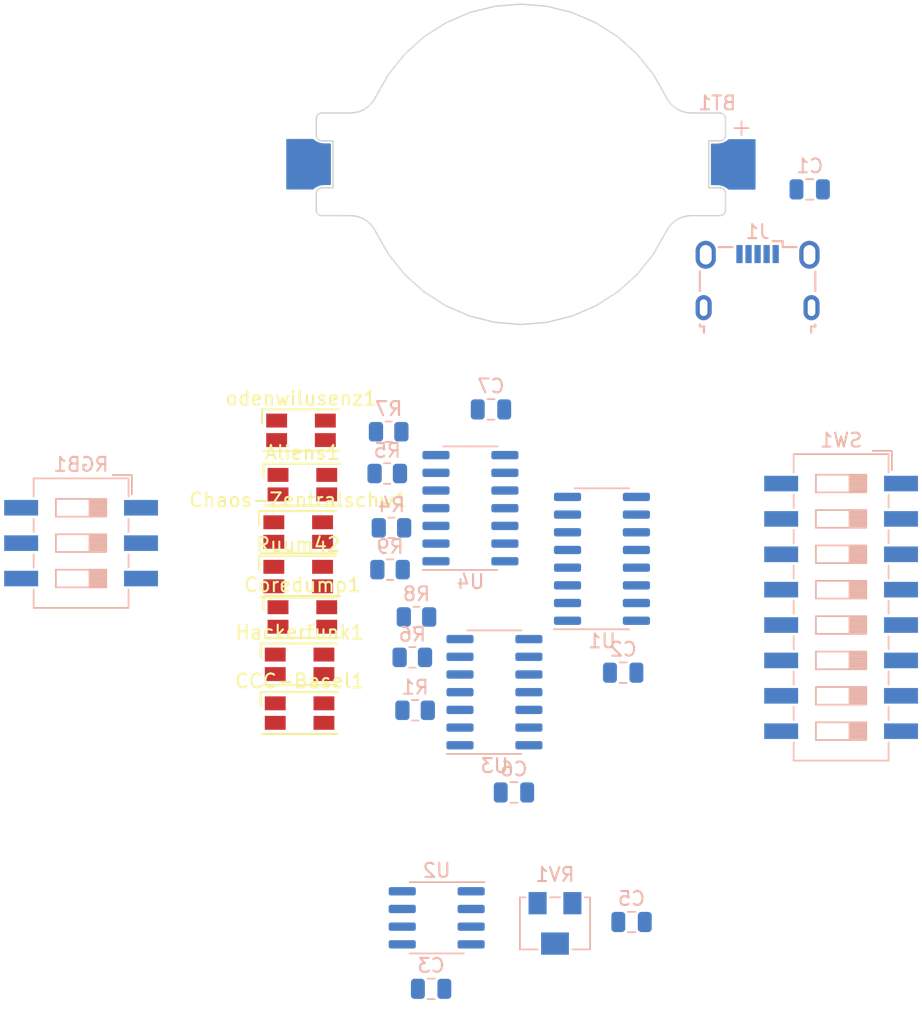
<source format=kicad_pcb>
(kicad_pcb (version 20221018) (generator pcbnew)

  (general
    (thickness 1.6)
  )

  (paper "A4")
  (layers
    (0 "F.Cu" signal)
    (31 "B.Cu" signal)
    (32 "B.Adhes" user "B.Adhesive")
    (33 "F.Adhes" user "F.Adhesive")
    (34 "B.Paste" user)
    (35 "F.Paste" user)
    (36 "B.SilkS" user "B.Silkscreen")
    (37 "F.SilkS" user "F.Silkscreen")
    (38 "B.Mask" user)
    (39 "F.Mask" user)
    (40 "Dwgs.User" user "User.Drawings")
    (41 "Cmts.User" user "User.Comments")
    (42 "Eco1.User" user "User.Eco1")
    (43 "Eco2.User" user "User.Eco2")
    (44 "Edge.Cuts" user)
    (45 "Margin" user)
    (46 "B.CrtYd" user "B.Courtyard")
    (47 "F.CrtYd" user "F.Courtyard")
    (48 "B.Fab" user)
    (49 "F.Fab" user)
    (50 "User.1" user)
    (51 "User.2" user)
    (52 "User.3" user)
    (53 "User.4" user)
    (54 "User.5" user)
    (55 "User.6" user)
    (56 "User.7" user)
    (57 "User.8" user)
    (58 "User.9" user)
  )

  (setup
    (pad_to_mask_clearance 0)
    (pcbplotparams
      (layerselection 0x00010fc_ffffffff)
      (plot_on_all_layers_selection 0x0000000_00000000)
      (disableapertmacros false)
      (usegerberextensions false)
      (usegerberattributes true)
      (usegerberadvancedattributes true)
      (creategerberjobfile true)
      (dashed_line_dash_ratio 12.000000)
      (dashed_line_gap_ratio 3.000000)
      (svgprecision 4)
      (plotframeref false)
      (viasonmask false)
      (mode 1)
      (useauxorigin false)
      (hpglpennumber 1)
      (hpglpenspeed 20)
      (hpglpendiameter 15.000000)
      (dxfpolygonmode true)
      (dxfimperialunits true)
      (dxfusepcbnewfont true)
      (psnegative false)
      (psa4output false)
      (plotreference true)
      (plotvalue true)
      (plotinvisibletext false)
      (sketchpadsonfab false)
      (subtractmaskfromsilk false)
      (outputformat 1)
      (mirror false)
      (drillshape 1)
      (scaleselection 1)
      (outputdirectory "")
    )
  )

  (net 0 "")
  (net 1 "Net-(Aliens1-RK)")
  (net 2 "Net-(Aliens1-GK)")
  (net 3 "Net-(Aliens1-BK)")
  (net 4 "Net-(Aliens1-A)")
  (net 5 "VCC")
  (net 6 "GND")
  (net 7 "VCCQ")
  (net 8 "Net-(U2-THR)")
  (net 9 "Net-(CCC-Basel1-A)")
  (net 10 "Net-(Chaos-Zentralschw1-A)")
  (net 11 "Net-(Coredump1-A)")
  (net 12 "Net-(Hackerfunk1-A)")
  (net 13 "unconnected-(J1-D--Pad2)")
  (net 14 "unconnected-(J1-D+-Pad3)")
  (net 15 "unconnected-(J1-ID-Pad4)")
  (net 16 "unconnected-(J1-Shield-Pad6)")
  (net 17 "Net-(odenwilusenz1-A)")
  (net 18 "Net-(R1-Pad2)")
  (net 19 "Net-(R4-Pad1)")
  (net 20 "Net-(R5-Pad1)")
  (net 21 "Net-(R6-Pad2)")
  (net 22 "Net-(R7-Pad1)")
  (net 23 "Net-(R8-Pad2)")
  (net 24 "Net-(R9-Pad1)")
  (net 25 "Net-(Ruum42-A)")
  (net 26 "Net-(U2-DIS)")
  (net 27 "Net-(SW1-Pad10)")
  (net 28 "Net-(SW1-Pad11)")
  (net 29 "Net-(SW1-Pad12)")
  (net 30 "Net-(SW1-Pad13)")
  (net 31 "Net-(SW1-Pad14)")
  (net 32 "Net-(SW1-Pad15)")
  (net 33 "Net-(SW1-Pad16)")
  (net 34 "Net-(U1-Q5)")
  (net 35 "Net-(U1-Q1)")
  (net 36 "Net-(U1-Q0)")
  (net 37 "Net-(U1-Q2)")
  (net 38 "Net-(U1-Q6)")
  (net 39 "Net-(U1-Q7)")
  (net 40 "Net-(U1-Q3)")
  (net 41 "unconnected-(U1-Q8-Pad9)")
  (net 42 "Net-(U1-Q4)")
  (net 43 "unconnected-(U1-Q9-Pad11)")
  (net 44 "unconnected-(U1-Cout-Pad12)")
  (net 45 "Net-(U1-CLK)")
  (net 46 "unconnected-(U2-CV-Pad5)")
  (net 47 "unconnected-(U3-Pad11)")

  (footprint "LED_SMD:LED_RGB_1210" (layer "F.Cu") (at 79.9 105.2))

  (footprint "LED_SMD:LED_RGB_1210" (layer "F.Cu") (at 79.6 111.8))

  (footprint "LED_SMD:LED_RGB_1210" (layer "F.Cu") (at 79.7 121.6))

  (footprint "LED_SMD:LED_RGB_1210" (layer "F.Cu") (at 79.9 114.7))

  (footprint "LED_SMD:LED_RGB_1210" (layer "F.Cu") (at 79.7 118.1))

  (footprint "LED_SMD:LED_RGB_1210" (layer "F.Cu") (at 79.6 108.6))

  (footprint "LED_SMD:LED_RGB_1210" (layer "F.Cu") (at 79.8 101.3))

  (footprint "Capacitor_SMD:C_0805_2012Metric" (layer "B.Cu") (at 89.15 141.4 180))

  (footprint "Resistor_SMD:R_0805_2012Metric" (layer "B.Cu") (at 88 121.4 180))

  (footprint "Resistor_SMD:R_0805_2012Metric" (layer "B.Cu") (at 87.8 117.6 180))

  (footprint "Button_Switch_SMD:SW_DIP_SPSTx03_Slide_6.7x9.18mm_W8.61mm_P2.54mm_LowProfile" (layer "B.Cu") (at 64 109.4 180))

  (footprint "Resistor_SMD:R_0805_2012Metric" (layer "B.Cu") (at 86.2 111.3 180))

  (footprint "Capacitor_SMD:C_0805_2012Metric" (layer "B.Cu") (at 93.45 99.8 180))

  (footprint "Battery:BatteryHolder_Keystone_1057_1x2032" (layer "B.Cu") (at 95.6 82.2 180))

  (footprint "Resistor_SMD:R_0805_2012Metric" (layer "B.Cu") (at 86.3 108.3 180))

  (footprint "Capacitor_SMD:C_0805_2012Metric" (layer "B.Cu") (at 103.55 136.6 180))

  (footprint "Package_SO:SOIC-14_3.9x8.7mm_P1.27mm" (layer "B.Cu") (at 91.975 106.89))

  (footprint "Potentiometer_SMD:Potentiometer_Bourns_3214W_Vertical" (layer "B.Cu") (at 98.05 136.7 180))

  (footprint "Capacitor_SMD:C_0805_2012Metric" (layer "B.Cu") (at 116.35 84 180))

  (footprint "Resistor_SMD:R_0805_2012Metric" (layer "B.Cu") (at 86.1 101.4 180))

  (footprint "Capacitor_SMD:C_0805_2012Metric" (layer "B.Cu") (at 102.95 118.7 180))

  (footprint "Package_SO:SOIC-16_3.9x9.9mm_P1.27mm" (layer "B.Cu") (at 101.425 110.525))

  (footprint "Resistor_SMD:R_0805_2012Metric" (layer "B.Cu") (at 86 104.4 180))

  (footprint "Capacitor_SMD:C_0805_2012Metric" (layer "B.Cu") (at 95.1 127.3 180))

  (footprint "Resistor_SMD:R_0805_2012Metric" (layer "B.Cu") (at 88.1 114.7 180))

  (footprint "Connector_USB:USB_Micro-B_Wuerth_629105150521" (layer "B.Cu") (at 112.605 90.545 180))

  (footprint "Package_SO:SOIC-14_3.9x8.7mm_P1.27mm" (layer "B.Cu") (at 93.7 120.1))

  (footprint "Package_SO:SOIC-8_3.9x4.9mm_P1.27mm" (layer "B.Cu") (at 89.55 136.3 180))

  (footprint "Button_Switch_SMD:SW_DIP_SPSTx08_Slide_6.7x21.88mm_W8.61mm_P2.54mm_LowProfile" (layer "B.Cu")
    (tstamp fe588c9a-21d8-4ffb-9f62-077237cbcdfe)
    (at 118.605 114.01 180)
    (descr "SMD 8x-dip-switch SPST , Slide, row spacing 8.61 mm (338 mils), body size 6.7x21.88mm (see e.g. https://www.ctscorp.com/wp-content/uploads/219.pdf), SMD, LowProfile")
    (tags "SMD DIP Switch SPST Slide 8.61mm 338mil SMD LowProfile")
    (property "Sheetfile" "badge.kicad_sch")
    (property "Sheetname" "")
    (property "ki_description" "8x DIP Switch, Single Pole Single Throw (SPST) switch, small symbol")
    (property "ki_keywords" "dip switch")
    (path "/04c71662-888e-46f7-a395-dc01bbfedc49")
    (attr smd)
    (fp_text reference "SW1" (at 0 12) (layer "B.SilkS")
        (effects (font (size 1 1) (thickness 0.15)) (justify mirror))
      (tstamp fd29087f-e40f-415b-a957-35921d171070)
    )
    (fp_text value "SW_DIP_x08" (at 0 -12) (layer "B.Fab")
        (effects (font (size 1 1) (thickness 0.15)) (justify mirror))
      (tstamp 2c437396-f679-4b25-ac71-51fe2dfcf751)
    )
    (fp_text user "on" (at 0.4275 10.2325) (layer "B.Fab")
        (effects (font (size 0.8 0.8) (thickness 0.12)) (justify mirror))
      (tstamp c3f02a4b-73d3-4225-b123-bc390be5ee16)
    )
    (fp_text user "${REFERENCE}" (at 2.58 0 90) (layer "B.Fab")
        (effects (font (size 0.8 0.8) (thickness 0.12)) (justify mirror))
      (tstamp e1e4a17b-c102-4e9e-8323-53e99f68814a)
    )
    (fp_line (start -3.65 11.24) (end -3.65 9.857)
      (stroke (width 0.12) (type solid)) (layer "B.SilkS") (tstamp 9c44886a-0811-4300-a12a-b3c5e86a3ec9))
    (fp_line (start -3.65 11.24) (end -2.267 11.24)
      (stroke (width 0.12) (type solid)) (layer "B.SilkS") (tstamp 3bbd57cf-638f-4807-8bcd-7ea3f719e21c))
    (fp_line (start -3.41 -11.001) (end 3.41 -11.001)
      (stroke (width 0.12) (type solid)) (layer "B.SilkS") (tstamp 28b7b197-78c0-46d9-9ec6-a36f3d13dad6))
    (fp_line (start -3.41 -9.69) (end -3.41 -11.001)
      (stroke (width 0.12) (type solid)) (layer "B.SilkS") (tstamp d578a522-5430-4525-9eaa-600696cee65e))
    (fp_line (start -3.41 -7.15) (end -3.41 -8.09)
      (stroke (width 0.12) (type solid)) (layer "B.SilkS") (tstamp e2b040af-58e8-4e0d-8dcb-68b8beb44cd1))
    (fp_line (start -3.41 -4.61) (end -3.41 -5.55)
      (stroke (width 0.12) (type solid)) (layer "B.SilkS") (tstamp 8a74ad89-b94b-483c-a70d-637607dce0f4))
    (fp_line (start -3.41 -2.07) (end -3.41 -3.01)
      (stroke (width 0.12) (type solid)) (layer "B.SilkS") (tstamp 1bb748aa-a335-49a9-b67f-b5dad03aadc6))
    (fp_line (start -3.41 0.47) (end -3.41 -0.47)
      (stroke (width 0.12) (type solid)) (layer "B.SilkS") (tstamp 6c23d6a9-3ec9-4274-9b48-f597dec001cc))
    (fp_line (start -3.41 3.01) (end -3.41 2.07)
      (stroke (width 0.12) (type solid)) (layer "B.SilkS") (tstamp a223ecc4-fb51-4b62-b0aa-4f6fde4175cf))
    (fp_line (start -3.41 5.55) (end -3.41 4.61)
      (stroke (width 0.12) (type solid)) (layer "B.SilkS") (tstamp 6984b08b-d08f-4794-b348-7111362f6f5a))
    (fp_line (start -3.41 8.09) (end -3.41 7.15)
      (stroke (width 0.12) (type solid)) (layer "B.SilkS") (tstamp f24733f3-f8b2-4477-8a90-26ec39156ec2))
    (fp_line (start -3.41 11) (end -3.41 9.69)
      (stroke (width 0.12) (type solid)) (layer "B.SilkS") (tstamp a1441c4d-33af-4911-b87a-2617fb12a1d9))
    (fp_line (start -3.41 11) (end 3.41 11)
      (stroke (width 0.12) (type solid)) (layer "B.SilkS") (tstamp 8d3e7547-8c5e-4921-8dee-fcd566fe0563))
    (fp_line (start -1.81 -9.525) (end 1.81 -9.525)
      (stroke (width 0.12) (type solid)) (layer "B.SilkS") (tstamp 135d72a7-9622-4270-a207-eded05d3b6e2))
    (fp_line (start -1.81 -9.455) (end -0.603333 -9.455)
      (stroke (width 0.12) (type solid)) (layer "B.SilkS") (tstamp 6718b967-ee80-497c-ace5-5988e66749c7))
    (fp_line (start -1.81 -9.335) (end -0.603333 -9.335)
      (stroke (width 0.12) (type solid)) (layer "B.SilkS") (tstamp 3476d8bc-228c-4bdf-917a-bcc54de331a5))
    (fp_line (start -1.81 -9.215) (end -0.603333 -9.215)
      (stroke (width 0.12) (type solid)) (layer "B.SilkS") (tstamp 56e7964b-1b4e-4c84-a557-2b33ad983865))
    (fp_line (start -1.81 -9.095) (end -0.603333 -9.095)
      (stroke (width 0.12) (type solid)) (layer "B.SilkS") (tstamp 52c61ea2-6349-4e2a-a19d-5260a392630b))
    (fp_line (start -1.81 -8.975) (end -0.603333 -8.975)
      (stroke (width 0.12) (type solid)) (layer "B.SilkS") (tstamp 59afbb31-31a0-425b-859f-1273fb9f653b))
    (fp_line (start -1.81 -8.855) (end -0.603333 -8.855)
      (stroke (width 0.12) (type solid)) (layer "B.SilkS") (tstamp dfb4b466-365d-41aa-a503-216fd1317ed9))
    (fp_line (start -1.81 -8.735) (end -0.603333 -8.735)
      (stroke (width 0.12) (type solid)) (layer "B.SilkS") (tstamp a8158c4f-8a0c-4472-bdd6-7d38ca0181f7))
    (fp_line (start -1.81 -8.615) (end -0.603333 -8.615)
      (stroke (width 0.12) (type solid)) (layer "B.SilkS") (tstamp eacd551c-b234-4e54-91b7-a6af2e5b28eb))
    (fp_line (start -1.81 -8.495) (end -0.603333 -8.495)
      (stroke (width 0.12) (type solid)) (layer "B.SilkS") (tstamp 650ab3aa-fe32-4eba-8996-0022910ccb16))
    (fp_line (start -1.81 -8.375) (end -0.603333 -8.375)
      (stroke (width 0.12) (type solid)) (layer "B.SilkS") (tstamp 3b2aba05-f058-4234-b787-423bd89d4b9b))
    (fp_line (start -1.81 -8.255) (end -1.81 -9.525)
      (stroke (width 0.12) (type solid)) (layer "B.SilkS") (tstamp 9e7d77e6-e219-4f53-a796-f25780c0749c))
    (fp_line (start -1.81 -6.985) (end 1.81 -6.985)
      (stroke (width 0.12) (type solid)) (layer "B.SilkS") (tstamp 95e1cdd7-0b33-4a32-98fb-1b25d42da8bf))
    (fp_line (start -1.81 -6.915) (end -0.603333 -6.915)
      (stroke (width 0.12) (type solid)) (layer "B.SilkS") (tstamp c02afb9f-86a0-4403-a143-c5f85c42b82d))
    (fp_line (start -1.81 -6.795) (end -0.603333 -6.795)
      (stroke (width 0.12) (type solid)) (layer "B.SilkS") (tstamp fed8cbb6-1fa4-4b9f-9bc0-3109efde97ab))
    (fp_line (start -1.81 -6.675) (end -0.603333 -6.675)
      (stroke (width 0.12) (type solid)) (layer "B.SilkS") (tstamp 18f3ae35-a2d7-455e-bc5a-b5950e2f99b6))
    (fp_line (start -1.81 -6.555) (end -0.603333 -6.555)
      (stroke (width 0.12) (type solid)) (layer "B.SilkS") (tstamp 25498620-d16e-4f2c-85ef-bc1afd0a485a))
    (fp_line (start -1.81 -6.435) (end -0.603333 -6.435)
      (stroke (width 0.12) (type solid)) (layer "B.SilkS") (tstamp ab73dfb7-5fd1-4a12-a40a-5a82134cca18))
    (fp_line (start -1.81 -6.315) (end -0.603333 -6.315)
      (stroke (width 0.12) (type solid)) (layer "B.SilkS") (tstamp 8f07fbbc-5b19-4fff-a899-5ad4a070d465))
    (fp_line (start -1.81 -6.195) (end -0.603333 -6.195)
      (stroke (width 0.12) (type solid)) (layer "B.SilkS") (tstamp f497b502-b148-4839-ae8b-ad5be8309e81))
    (fp_line (start -1.81 -6.075) (end -0.603333 -6.075)
      (stroke (width 0.12) (type solid)) (layer "B.SilkS") (tstamp 2995273a-71c2-4856-8fcb-f0d27a4068bb))
    (fp_line (start -1.81 -5.955) (end -0.603333 -5.955)
      (stroke (width 0.12) (type solid)) (layer "B.SilkS") (tstamp d66eab73-b405-42d2-b456-5de8bed1f6d8))
    (fp_line (start -1.81 -5.835) (end -0.603333 -5.835)
      (stroke (width 0.12) (type solid)) (layer "B.SilkS") (tstamp a3abd465-a7e2-4934-8193-d4e01e8d0971))
    (fp_line (start -1.81 -5.715) (end -1.81 -6.985)
      (stroke (width 0.12) (type solid)) (layer "B.SilkS") (tstamp 2924d3b3-df46-4bd0-b60a-0c18fa206586))
    (fp_line (start -1.81 -4.445) (end 1.81 -4.445)
      (stroke (width 0.12) (type solid)) (layer "B.SilkS") (tstamp 5a24494d-866a-48c5-a3bb-06371b53c3a4))
    (fp_line (start -1.81 -4.375) (end -0.603333 -4.375)
      (stroke (width 0.12) (type solid)) (layer "B.SilkS") (tstamp b6e5c618-8599-4c57-976f-a6665e8e96c9))
    (fp_line (start -1.81 -4.255) (end -0.603333 -4.255)
      (stroke (width 0.12) (type solid)) (layer "B.SilkS") (tstamp ccba0ec3-e05f-4307-ac4d-63c9a2a016b5))
    (fp_line (start -1.81 -4.135) (end -0.603333 -4.135)
      (stroke (width 0.12) (type solid)) (layer "B.SilkS") (tstamp e1bdaf50-a16f-4e79-8af0-02b8a6738ec7))
    (fp_line (start -1.81 -4.015) (end -0.603333 -4.015)
      (stroke (width 0.12) (type solid)) (layer "B.SilkS") (tstamp c242fc02-9e9a-4034-a5b7-d2002afcaf14))
    (fp_line (start -1.81 -3.895) (end -0.603333 -3.895)
      (stroke (width 0.12) (type solid)) (layer "B.SilkS") (tstamp dc20ce5a-4c32-4c6d-a811-555d95a864be))
    (fp_line (start -1.81 -3.775) (end -0.603333 -3.775)
      (stroke (width 0.12) (type solid)) (layer "B.SilkS") (tstamp 3e9b8b3a-80a8-4d69-b013-1da5ade4decc))
    (fp_line (start -1.81 -3.655) (end -0.603333 -3.655)
      (stroke (width 0.12) (type solid)) (layer "B.SilkS") (tstamp 899e27e5-4ba2-4a34-bc2a-cefa027cda6d))
    (fp_line (start -1.81 -3.535) (end -0.603333 -3.535)
      (stroke (width 0.12) (type solid)) (layer "B.SilkS") (tstamp 785a236f-3d46-48cb-862e-353776012b24))
    (fp_line (start -1.81 -3.415) (end -0.603333 -3.415)
      (stroke (width 0.12) (type solid)) (layer "B.SilkS") (tstamp 50065d96-8c41-49f7-8a31-2736c681b110))
    (fp_line (start -1.81 -3.295) (end -0.603333 -3.295)
      (stroke (width 0.12) (type solid)) (layer "B.SilkS") (tstamp 7261007b-1005-4161-96a5-a18d33879145))
    (fp_line (start -1.81 -3.175) (end -1.81 -4.445)
      (stroke (width 0.12) (type solid)) (layer "B.SilkS") (tstamp 9a5f1f5f-12c7-4123-adf7-4a315bd6d01a))
    (fp_line (start -1.81 -1.905) (end 1.81 -1.905)
      (stroke (width 0.12) (type solid)) (layer "B.SilkS") (tstamp 1eec3c9e-3510-42cc-9e9e-907f95875cd3))
    (fp_line (start -1.81 -1.835) (end -0.603333 -1.835)
      (stroke (width 0.12) (type solid)) (layer "B.SilkS") (tstamp ef9d7e3d-4fc7-4586-a44b-5bc4e0f798d3))
    (fp_line (start -1.81 -1.715) (end -0.603333 -1.715)
      (stroke (width 0.12) (type solid)) (layer "B.SilkS") (tstamp 9ae6ffba-b4e0-478f-9fcf-275f61962e47))
    (fp_line (start -1.81 -1.595) (end -0.603333 -1.595)
      (stroke (width 0.12) (type solid)) (layer "B.SilkS") (tstamp 5a94d078-5a4f-4482-af9a-92410870cb25))
    (fp_line (start -1.81 -1.475) (end -0.603333 -1.475)
      (stroke (width 0.12) (type solid)) (layer "B.SilkS") (tstamp 96f72283-4a36-4ca2-9e61-30c8332a4ba1))
    (fp_line (start -1.81 -1.355) (end -0.603333 -1.355)
      (stroke (width 0.12) (type solid)) (layer "B.SilkS") (tstamp 05314ea0-a082-408b-ac69-dc2a03134abd))
    (fp_line (start -1.81 -1.235) (end -0.603333 -1.235)
      (stroke (width 0.12) (type solid)) (layer "B.SilkS") (tstamp ceb7391e-8e5d-4d67-ab15-6e4f011ee259))
    (fp_line (start -1.81 -1.115) (end -0.603333 -1.115)
      (stroke (width 0.12) (type solid)) (layer "B.SilkS") (tstamp f503f027-4cba-4842-b614-0c75fe124559))
    (fp_line (start -1.81 -0.995) (end -0.603333 -0.995)
      (stroke (width 0.12) (type solid)) (layer "B.SilkS") (tstamp 29a73c47-d20d-4431-8b6d-711d151864b3))
    (fp_line (start -1.81 -0.875) (end -0.603333 -0.875)
      (stroke (width 0.12) (type solid)) (layer "B.SilkS") (tstamp bcfce114-79d6-495d-9f03-eccba37c1338))
    (fp_line (start -1.81 -0.755) (end -0.603333 -0.755)
      (stroke (width 0.12) (type solid)) (layer "B.SilkS") (tstamp 98b61c6e-391f-4883-9bb9-94c86b18e51f))
    (fp_line (start -1.81 -0.635) (end -1.81 -1.905)
      (stroke (width 0.12) (type solid)) (layer "B.SilkS") (tstamp 51709c62-44da-46ea-a711-71ff64f3164c))
    (fp_line (start -1.81 0.635) (end 1.81 0.635)
      (stroke (width 0.12) (type solid)) (layer "B.SilkS") (tstamp 4249dcc8-a014-4baf-a84e-bf450e045180))
    (fp_line (start -1.81 0.705) (end -0.603333 0.705)
      (stroke (width 0.12) (type solid)) (layer "B.SilkS") (tstamp d6133915-eebb-4ffe-9512-75ae15c2afa2))
    (fp_line (start -1.81 0.825) (end -0.603333 0.825)
      (stroke (width 0.12) (type solid)) (layer "B.SilkS") (tstamp 9cbb4fb8-bffc-45a3-9182-ffc12d1385b3))
    (fp_line (start -1.81 0.945) (end -0.603333 0.945)
      (stroke (width 0.12) (type solid)) (layer "B.SilkS") (tstamp 608aef96-ae27-4bb4-90af-a5026b372b97))
    (fp_line (start -1.81 1.065) (end -0.603333 1.065)
      (stroke (width 0.12) (type solid)) (layer "B.SilkS") (tstamp 1dfa8442-79af-48e8-8a4b-591a32abd8ca))
    (fp_line (start -1.81 1.185) (end -0.603333 1.185)
      (stroke (width 0.12) (type solid)) (layer "B.SilkS") (tstamp f58ceb15-cf40-4af8-982b-5d89e2c53345))
    (fp_line (start -1.81 1.305) (end -0.603333 1.305)
      (stroke (width 0.12) (type solid)) (layer "B.SilkS") (tstamp ac692488-f49f-47df-8311-0540be86a82c))
    (fp_line (start -1.81 1.425) (end -0.603333 1.425)
      (stroke (width 0.12) (type solid)) (layer "B.SilkS") (tstamp 4f3b4424-aba3-4ec4-a3f0-9f8ac12fd9be))
    (fp_line (start -1.81 1.545) (end -0.603333 1.545)
      (stroke (width 0.12) (type solid)) (layer "B.SilkS") (tstamp 213c9f07-1204-469b-bb73-81c0e7933686))
    (fp_line (start -1.81 1.665) (end -0.603333 1.665)
      (stroke (width 0.12) (type solid)) (layer "B.SilkS") (tstamp 57a9be15-53cb-4122-9fec-0b3e87164c33))
    (fp_line (start -1.81 1.785) (end -0.603333 1.785)
      (stroke (width 0.12) (type solid)) (layer "B.SilkS") (tstamp 1c79cc3f-48f9-4228-b669-98c2fafd2335))
    (fp_line (start -1.81 1.905) (end -1.81 0.635)
      (stroke (width 0.12) (type solid)) (layer "B.SilkS") (tstamp f9cf4773-9f5e-4cc4-bcc5-85ceaab09536))
    (fp_line (start -1.81 3.175) (end 1.81 3.175)
      (stroke (width 0.12) (type solid)) (layer "B.SilkS") (tstamp d9ff0b68-2a64-47a1-8765-cad6124fa2f2))
    (fp_line (start -1.81 3.245) (end -0.603333 3.245)
      (stroke (width 0.12) (type solid)) (layer "B.SilkS") (tstamp b84c6144-b202-4578-922d-36603be3cc42))
    (fp_line (start -1.81 3.365) (end -0.603333 3.365)
      (stroke (width 0.12) (type solid)) (layer "B.SilkS") (tstamp 3504cece-f337-44d6-82f1-ee95c3a0b21d))
    (fp_line (start -1.81 3.485) (end -0.603333 3.485)
      (stroke (width 0.12) (type solid)) (layer "B.SilkS") (tstamp 94b77de7-77e0-4547-a806-885333c4bf1f))
    (fp_line (start -1.81 3.605) (end -0.603333 3.605)
      (stroke (width 0.12) (type solid)) (layer "B.SilkS") (tstamp ebccdbd6-bdd3-436a-a200-4c996106fc6c))
    (fp_line (start -1.81 3.725) (end -0.603333 3.725)
      (stroke (width 0.12) (type solid)) (layer "B.SilkS") (tstamp 4f275798-ee40-4077-9065-06b9274a2128))
    (fp_line (start -1.81 3.845) (end -0.603333 3.845)
      (stroke (width 0.12) (type solid)) (layer "B.SilkS") (tstamp d4e390ac-70ad-4974-9cba-fd17ba49fa0d))
    (fp_line (start -1.81 3.965) (end -0.603333 3.965)
      (stroke (width 0.12) (type solid)) (layer "B.SilkS") (tstamp 136d851e-a787-45a0-9a1f-a4de4512aff8))
    (fp_line (start -1.81 4.085) (end -0.603333 4.085)
      (stroke (width 0.12) (type solid)) (layer "B.SilkS") (tstamp 7c2d4e02-20e9-46da-aae9-ef0f482d886e))
    (fp_line (start -1.81 4.205) (end -0.603333 4.205)
      (stroke (width 0.12) (type solid)) (layer "B.SilkS") (tstamp 2231aac8-cb0c-41b4-bd9f-64dbc9ffee42))
    (fp_line (start -1.81 4.325) (end -0.603333 4.325)
      (stroke (width 0.12) (type solid)) (layer "B.SilkS") (tstamp c9342bae-f743-4ed2-883d-cd6ddc83a534))
    (fp_line (start -1.81 4.445) (end -1.81 3.175)
      (stroke (width 0.12) (type solid)) (layer "B.SilkS") (tstamp 333c4873-fa9c-4e67-a99d-ae87624974a3))
    (fp_line (start -1.81 5.715) (end 1.81 5.715)
      (stroke (width 0.12) (type solid)) (layer "B.SilkS") (tstamp a3a10e67-7210-41d6-a150-c19ed9802260))
    (fp_line (start -1.81 5.785) (end -0.603333 5.785)
      (stroke (width 0.12) (type solid)) (layer "B.SilkS") (tstamp 2032a6b1-9afa-4f1d-bd24-da9540f540e8))
    (fp_line (start -1.81 5.905) (end -0.603333 5.905)
      (stroke (width 0.12) (type solid)) (layer "B.SilkS") (tstamp 434cc27d-6d5d-43ec-a366-271264ae79e1))
    (fp_line (start -1.81 6.025) (end -0.603333 6.025)
      (stroke (width 0.12) (type solid)) (layer "B.SilkS") (tstamp c84b2ed5-f805-4e4d-a377-cf26f5b1d94a))
    (fp_line (start -1.81 6.145) (end -0.603333 6.145)
      (stroke (width 0.12) (type solid)) (layer "B.SilkS") (tstamp 05cea5ef-3cf3-4adc-b933-bd5da3212a0a))
    (fp_line (start -1.81 6.265) (end -0.603333 6.265)
      (stroke (width 0.12) (type solid)) (layer "B.SilkS") (tstamp db43526a-dd9e-4f2d-9b88-7c275825622b))
    (fp_line (start -1.81 6.385) (end -0.603333 6.385)
      (stroke (width 0.12) (type solid)) (layer "B.SilkS") (tstamp 215981f6-265f-4947-b209-b8ab0c3eece1))
    (fp_line (start -1.81 6.505) (end -0.603333 6.505)
      (stroke (width 0.12) (type solid)) (layer "B.SilkS") (tstamp 9b139457-c00d-4841-ae63-a1c47acb7609))
    (fp_line (start -1.81 6.625) (end -0.603333 6.625)
      (stroke (width 0.12) (type solid)) (layer "B.SilkS") (tstamp 0c5bcae8-e306-43fa-a63e-926614dc88bb))
    (fp_line (start -1.81 6.745) (end -0.603333 6.745)
      (stroke (width 0.12) (type solid)) (layer "B.SilkS") (tstamp 388203bc-5ad9-4d12-880a-7a4c5d32fa43))
    (fp_line (start -1.81 6.865) (end -0.603333 6.865)
      (stroke (width 0.12) (type solid)) (layer "B.SilkS") (tstamp 9757d883-73cf-42a3-98aa-d473c3255c04))
    (fp_line (start -1.81 6.985) (end -1.81 5.715)
      (stroke (width 0.12) (type solid)) (layer "B.SilkS") (tstamp 9f359fc4-96d6-4916-9965-5733eed8f5b4))
    (fp_line (start -1.81 8.255) (end 1.81 8.255)
      (stroke (width 0.12) (type solid)) (layer "B.SilkS") (tstamp 2181ce51-4cae-4b1d-92e6-f08102836736))
    (fp_line (start -1.81 8.325) (end -0.603333 8.325)
      (stroke (width 0.12) (type solid)) (layer "B.SilkS") (tstamp 4f652433-cfa7-4122-b752-c34494f7a5da))
    (fp_line (start -1.81 8.445) (end -0.603333 8.445)
      (stroke (width 0.12) (type solid)) (layer "B.SilkS") (tstamp 17c5fb4a-6bf0-4d44-bc51-2cd305751a18))
    (fp_line (start -1.81 8.565) (end -0.603333 8.565)
      (stroke (width 0.12) (type solid)) (layer "B.SilkS") (tstamp ffc77609-30d0-4e79-8755-c102f8c925fa))
    (fp_line (start -1.81 8.685) (end -0.603333 8.685)
      (stroke (width 0.12) (type solid)) (layer "B.SilkS") (tstamp c38b7a6c-5729-4980-b7d6-e6df3e5f81ab))
    (fp_line (start -1.81 8.805) (end -0.603333 8.805)
      (stroke (width 0.12) (type solid)) (layer "B.SilkS") (tstamp 101d0d12-ae82-4704-b13b-8210b75683c7))
    (fp_line (start -1.81 8.925) (end -0.603333 8.925)
      (stroke (width 0.12) (type solid)) (layer "B.SilkS") (tstamp cc9ce7c2-b496-4219-80a6-3887555b9fd3))
    (fp_line (start -1.81 9.045) (end -0.603333 9.045)
      (stroke (width 0.12) (type solid)) (layer "B.SilkS") (tstamp a3318187-6b8c-44fe-975d-418c65fb4270))
    (fp_line (start -1.81 9.165) (end -0.603333 9.165)
      (stroke (width 0.12) (type solid)) (layer "B.SilkS") (tstamp 0849364f-b45b-4cab-a7df-14801972f312))
    (fp_line (start -1.81 9.285) (end -0.603333 9.285)
      (stroke (width 0.12) (type solid)) (layer "B.SilkS") (tstamp af42acc4-2777-4faf-9e3f-691a74291a56))
    (fp_line (start -1.81 9.405) (end -0.603333 9.405)
      (stroke (width 0.12) (type solid)) (layer "B.SilkS") (tstamp 6e389d77-fafc-460f-9c80-baabf6d99eb5))
    (fp_line (start -1.81 9.525) (end -1.81 8.255)
      (stroke (width 0.12) (type solid)) (layer "B.SilkS") (tstamp d9758cce-777f-4893-ae1b-a947883544e8))
    (fp_line (start -0.603333 -8.255) (end -0.603333 -9.525)
      (stroke (width 0.12) (type solid)) (layer "B.SilkS") (tstamp 8612483b-0aa3-441c-80ea-79bfa1991e32))
    (fp_line (start -0.603333 -5.715) (end -0.603333 -6.985)
      (stroke (width 0.12) (type solid)) (layer "B.SilkS") (tstamp d8c5c5f6-74b2-4ea4-b0b8-461d42554989))
    (fp_line (start -0.603333 -3.175) (end -0.603333 -4.445)
      (stroke (width 0.12) (type solid)) (layer "B.SilkS") (tstamp 6383cf98-7198-45c3-b058-201d14eead47))
    (fp_line (start -0.603333 -0.635) (end -0.603333 -1.905)
      (stroke (width 0.12) (type solid)) (layer "B.SilkS") (tstamp 27a15e74-120c-4b51-85d6-e055592b9c50))
    (fp_line (start -0.603333 1.905) (end -0.603333 0.635)
      (stroke (width 0.12) (type solid)) (layer "B.SilkS") (tstamp 976bb028-62f5-47e9-8b45-2263130df3e7))
    (fp_line (start -0.603333 4.445) (end -0.603333 3.175)
      (stroke (width 0.12) (type solid)) (layer "B.SilkS") (tstamp 1e62197c-b9e5-4daa-8392-05ec655de6a5))
    (fp_line (start -0.603333 6.985) (end -0.603333 5.715)
      (stroke (width 0.12) (type solid)) (layer "B.SilkS") (tstamp fff89668-a09b-4b7c-82e3-8d69ceb91022))
    (fp_line (start -0.603333 9.525) (end -0.603333 8.255)
      (stroke (width 0.12) (type solid)) (layer "B.SilkS") (tstamp 5eec011a-9ba2-40f1-ba8d-a28cce478af5))
    (fp_line (start 1.81 -9.525) (end 1.81 -8.255)
      (stroke (width 0.12) (type solid)) (layer "B.SilkS") (tstamp 7f180218-423a-4191-86c7-09ea982ceede))
    (fp_line (start 1.81 -8.255) (end -1.81 -8.255)
      (stroke (width 0.12) (type solid)) (layer "B.SilkS") (tstamp 9805c770-bf92-41e7-94df-0b652feb8ad1))
    (fp_line (start 1.81 -6.985) (end 1.81 -5.715)
      (stroke (width 0.12) (type solid)) (layer "B.SilkS") (tstamp 6d2ecd5c-76c5-4241-b0f3-17ef5b919f60))
    (fp_line (start 1.81 -5.715) (end -1.81 -5.715)
      (stroke (width 0.12) (type solid)) (layer "B.SilkS") (tstamp ef5efaf0-4299-4647-a5cb-6f555c51f6ff))
    (fp_line (start 1.81 -4.445) (end 1.81 -3.175)
      (stroke (width 0.12) (type solid)) (layer "B.SilkS") (tstamp accf1f0b-ddec-434b-bf29-de770272f803))
    (fp_line (start 1.81 -3.175) (end -1.81 -3.175)
      (stroke (width 0.12) (type solid)) (layer "B.SilkS") (tstamp 459833bc-0f88-41cd-8e3b-6d1e19dd5ce6))
    (fp_line (start 1.81 -1.905) (end 1.81 -0.635)
      (stroke (width 0.12) (type solid)) (layer "B.SilkS") (tstamp 298539ed-98f5-4cb5-a2ea-01af226c079c))
    (fp_line (start 1.81 -0.635) (end -1.81 -0.635)
      (stroke (width 0.12) (type solid)) (layer "B.SilkS") (tstamp bd8faa5c-0297-4c4a-91e1-1fe760c3385d))
    (fp_line (start 1.81 0.635) (end 1.81 1.905)
      (stroke (width 0.12) (type solid)) (layer "B.SilkS") (tstamp f6edbc00-b423-4f22-b3e9-b5e26968fc54))
    (fp_line (start 1.81 1.905) (end -1.81 1.905)
      (stroke (width 0.12) (type solid)) (layer "B.SilkS") (tstamp 84a8d90d-20a1-425b-9957-81f60ea5d0ac))
    (fp_line (start 1.81 3.175) (end 1.81 4.445)
      (stroke (width 0.12) (type solid)) (layer "B.SilkS") (tstamp d8bde2f8-f7ea-43f2-bc8e-74570271bb84))
    (fp_line (start 1.81 4.445) (end -1.81 4.445)
      (stroke (width 0.12) (type solid)) (layer "B.SilkS") (tstamp 68679725-c293-445e-9ded-dc35a836d598))
    (fp_line (start 1.81 5.715) (end 1.81 6.985)
      (stroke (width 0.12) (type solid)) (layer "B.SilkS") (tstamp 982ec6f8-e23c-40e8-b3fe-744e096e5f86))
    (fp_line (start 1.81 6.985) (end -1.81 6.985)
      (stroke (width 0.12) (type solid)) (layer "B.SilkS") (tstamp 6c5dbac8-0540-4bb6-84f5-0eb27224e598))
    (fp_line (start 1.81 8.255) (end 1.81 9.525)
      (stroke (width 0.12) (type solid)) (layer "B.SilkS") (tstamp c0629722-cb50-433c-8a31-31e94b5d65c7))
    (fp_line (start 1.81 9.525) (end -1.81 9.525)
      (stroke (width 0.12) (type solid)) (layer "B.SilkS") (tstamp ef15fbce-0345-4058-854e-5da6f90460ac))
    (fp_line (start 3.41 -9.69) (end 3.41 -11.001)
      (stroke (width 0.12) (type solid)) (layer "B.SilkS") (tstamp c2cfb09a-3299-419b-a588-c8df44082425))
    (fp_line (start 3.41 -7.151) (end 3.41 -8.09)
      (stroke (width 0.12) (type solid)) (layer "B.SilkS") (tstamp d158c14b-f91d-4c32-ab10-692f373cff17))
    (fp_line (start 3.41 -4.611) (end 3.41 -5.551)
      (stroke (width 0.12) (type solid)) (layer "B.SilkS") (tstamp 646aa5a9-125c-4319-8ee3-336e0f6c0369))
    (fp_line (start 3.41 -2.071) (end 3.41 -3.011)
      (stroke (width 0.12) (type solid)) (layer "B.SilkS") (tstamp 58518c24-812f-4639-a909-316a2ffaf02f))
    (fp_line (start 3.41 0.469) (end 3.41 -0.471)
      (stroke (width 0.12) (type solid)) (layer "B.SilkS") (tstamp e2999e51-970c-4fa7-8b44-ffd580761449))
    (fp_line (start 3.41 3.009) (end 3.41 2.069)
      (stroke (width 0.12) (type solid)) (layer "B.SilkS") (tstamp 96c2f20d-72bd-4181-a3d5-ab204810c583))
    (fp_line (start 3.41 5.549) (end 3.41 4.609)
      (stroke (width 0.12) (type solid)) (layer "B.SilkS") (tstamp 950b1ed6-9229-44d3-a73e-ed9abe9d7a48))
    (fp_line (start 3.41 8.089) (end 3.41 7.149)
      (stroke (width 0.12) (type solid)) (layer "B.SilkS") (tstamp 0fcb9d9e-81b7-40c4-b010-6d8286d277b2))
    (fp_line (start 3.41 11) (end 3.41 9.69)
      (stroke (width 0.12) (type solid)) (layer "B.SilkS") (tstamp f5a037f4-5e44-4301-8989-cfda87e3030c))
    (fp_line (start -5.8 -11.3) (end 5.8 -11.3)
      (stroke (width 0.05) (type solid)) (layer "B.CrtYd") (tstamp 2f7ba0e6-0ed7-41d6-bb07-2eb6eae9c787))
    (fp_line (start -5.8 11.3) (end -5.8 -11.3)
      (stroke (width 0.05) (type solid)) (layer "B.CrtYd") (tstamp 2e87277d-f6f9-4ca2-bf62-821e6e51502a))
    (fp_line (start 5.8 -11.3) (end 5.8 11.3)
      (stroke (width 0.05) (type solid)) (layer "B.CrtYd") (tstamp 380efb3f-c4c1-4d20-9eaf-d1779c42de4d))
    (fp_line (start 5.8 11.3) (end -5.8 11.3)
      (stroke (width 0.05) (type solid)) (layer "B.CrtYd") (tstamp 095e4b99-e35b-4c6b-baaf-e133f4f7ad8a))
    (fp_line (start -3.35 -10.94) (end -3.35 9.94)
      (stroke (width 0.1) (type solid)) (layer "B.Fab") (tstamp b10fd3ac-798f-4d67-a870-0d75c0953579))
    (fp_line (start -3.35 9.94) (end -2.35 10.94)
      (stroke (width 0.1) (type solid)) (layer "B.Fab") (tstamp bf143b95-d6ca-44ba-9139-8c6ee410a344))
    (fp_line (start -2.35 10.94) (end 3.35 10.94)
      (stroke (width 0.1) (type solid)) (layer "B.Fab") (tstamp 7c8164bf-4e75-4e81-9086-d3913219b40c))
    (fp_line (start -1.81 -9.525) (end 1.81 -9.525)
      (stroke (width 0.1) (type solid)) (layer "B.Fab") (tstamp becfe189-c6e9-44e6-a436-b48af886c113))
    (fp_line (start -1.81 -9.455) (end -0.603333 -9.455)
      (stroke (width 0.1) (type solid)) (layer "B.Fab") (tstamp 53e52c80-9907-48af-933d-f42522998f13))
    (fp_line (start -1.81 -9.355) (end -0.603333 -9.355)
      (stroke (width 0.1) (type solid)) (layer "B.Fab") (tstamp b006e425-bd76-4534-9cf3-8063313e059f))
    (fp_line (start -1.81 -9.255) (end -0.603333 -9.255)
      (stroke (width 0.1) (type solid)) (layer "B.Fab") (tstamp 4f6aef49-15c4-47ee-b3e4-944d7e359026))
    (fp_line (start -1.81 -9.155) (end -0.603333 -9.155)
      (stroke (width 0.1) (type solid)) (layer "B.Fab") (tstamp 6bbb651d-80bb-439b-86bc-a1097c7b396e))
    (fp_line (start -1.81 -9.055) (end -0.603333 -9.055)
      (stroke (width 0.1) (type solid)) (layer "B.Fab") (tstamp acf4e52a-13db-435e-b0e1-fe50beacf0e8))
    (fp_line (start -1.81 -8.955) (end -0.603333 -8.955)
      (stroke (width 0.1) (type solid)) (layer "B.Fab") (tstamp 7a368fbf-d606-4fca-a887-480a49c3dff9))
    (fp_line (start -1.81 -8.855) (end -0.603333 -8.855)
      (stroke (width 0.1) (type solid)) (layer "B.Fab") (tstamp 9598de59-f780-4b66-912d-4f3eadbcd0ad))
    (fp_line (start -1.81 -8.755) (end -0.603333 -8.755)
      (stroke (width 0.1) (type solid)) (layer "B.Fab") (tstamp d8b12bcd-5ce0-4c3f-b3e8-a035e0248ce0))
    (fp_line (start -1.81 -8.655) (end -0.603333 -8.655)
      (stroke (width 0.1) (type solid)) (layer "B.Fab") (tstamp dde80c2e-fbe5-4e17-872c-0237bc023920))
    (fp_line (start -1.81 -8.555) (end -0.603333 -8.555)
      (stroke (width 0.1) (type solid)) (layer "B.Fab") (tstamp b4798179-9571-4590-b005-f77178cfdf69))
    (fp_line (start -1.81 -8.455) (end -0.603333 -8.455)
      (stroke (width 0.1) (type solid)) (layer "B.Fab") (tstamp e6ee5fc1-77d1-42cb-804e-312039d7138b))
    (fp_line (start -1.81 -8.355) (end -0.603333 -8.355)
      (stroke (width 0.1) (type solid)) (layer "B.Fab") (tstamp 735011cc-8456-4288-b351-bad69172c733))
    (fp_line (start -1.81 -8.255) (end -1.81 -9.525)
      (stroke (width 0.1) (type solid)) (layer "B.Fab") (tstamp b8ed2829-6b78-4ccb-97d8-8c3ac36e546e))
    (fp_line (start -1.81 -6.985) (end 1.81 -6.985)
      (stroke (width 0.1) (type solid)) (layer "B.Fab") (tstamp 007a6351-655e-4ffa-a186-ba1cf894fd92))
    (fp_line (start -1.81 -6.915) (end -0.603333 -6.915)
      (stroke (width 0.1) (type solid)) (layer "B.Fab") (tstamp e729ab53-9993-4572-93c2-0c9db4a3482a))
    (fp_line (start -1.81 -6.815) (end -0.603333 -6.815)
      (stroke (width 0.1) (type solid)) (layer "B.Fab") (tstamp db63707a-02e2-48a7-9538-82dd9b21da60))
    (fp_line (start -1.81 -6.715) (end -0.603333 -6.715)
      (stroke (width 0.1) (type solid)) (layer "B.Fab") (tstamp c9b8903d-96b6-47a2-af47-cda9bbd86e3c))
    (fp_line (start -1.81 -6.615) (end -0.603333 -6.615)
      (stroke (width 0.1) (type solid)) (layer "B.Fab") (tstamp 013662dd-f7ba-4d59-8fe4-4d3b6089cb3b))
    (fp_line (start -1.81 -6.515) (end -0.603333 -6.515)
      (stroke (width 0.1) (type solid)) (layer "B.Fab") (tstamp 2d282e7f-0fba-4df0-8bb8-7373945193e6))
    (fp_line (start -1.81 -6.415) (end -0.603333 -6.415)
      (stroke (width 0.1) (type solid)) (layer "B.Fab") (tstamp c93b8bcb-e3e1-46a0-83be-8e89b53234e3))
    (fp_line (start -1.81 -6.315) (end -0.603333 -6.315)
      (stroke (width 0.1) (type solid)) (layer "B.Fab") (tstamp f2c1e0f2-4da5-4de2-9535-c017d3a89e58))
    (fp_line (start -1.81 -6.215) (end -0.603333 -6.215)
      (stroke (width 0.1) (type solid)) (layer "B.Fab") (tstamp c5f04572-5bfa-44a4-99f9-a274473b3cba))
    (fp_line (start -1.81 -6.115) (end -0.603333 -6.115)
      (stroke (width 0.1) (type solid)) (layer "B.Fab") (tstamp 0eccdee9-953e-4da1-a43f-f750a609efda))
    (fp_line (start -1.81 -6.015) (end -0.603333 -6.015)
      (stroke (width 0.1) (type solid)) (layer "B.Fab") (tstamp ea9d8d78-0f8b-40f3-a631-d1dc1eafc3a2))
    (fp_line (start -1.81 -5.915) (end -0.603333 -5.915)
      (stroke (width 0.1) (type solid)) (layer "B.Fab") (tstamp 7af7d847-199f-486f-b955-06ebc3c81ce5))
    (fp_line (start -1.81 -5.815) (end -0.603333 -5.815)
      (stroke (width 0.1) (type solid)) (layer "B.Fab") (tstamp 52364573-9e79-49ab-98a3-403ddc83a0a1))
    (fp_line (start -1.81 -5.715) (end -1.81 -6.985)
      (stroke (width 0.1) (type solid)) (layer "B.Fab") (tstamp c73156da-9556-4da3-9e77-519367792d59))
    (fp_line (start -1.81 -4.445) (end 1.81 -4.445)
      (stroke (width 0.1) (type solid)) (layer "B.Fab") (tstamp 5eea16be-0603-41d6-8fad-9572236654bb))
    (fp_line (start -1.81 -4.375) (end -0.603333 -4.375)
      (stroke (width 0.1) (type solid)) (layer "B.Fab") (tstamp 6461e79e-aeb9-487c-b133-d6181a5c44ae))
    (fp_line (start -1.81 -4.275) (end -0.603333 -4.275)
      (stroke (width 0.1) (type solid)) (layer "B.Fab") (tstamp 9c052e63-c6b0-46bf-9c84-333710df1fb9))
    (fp_line (start -1.81 -4.175) (end -0.603333 -4.175)
      (stroke (width 0.1) (type solid)) (layer "B.Fab") (tstamp ce0e542c-b854-4372-ad4a-0aba84cf5a6c))
    (fp_line (start -1.81 -4.075) (end -0.603333 -4.075)
      (stroke (width 0.1) (type solid)) (layer "B.Fab") (tstamp 94f2423d-cecf-4176-b6ce-a2740e47939b))
    (fp_line (start -1.81 -3.975) (end -0.603333 -3.975)
      (stroke (width 0.1) (type solid)) (layer "B.Fab") (tstamp dd4a6116-9daf-4729-8e1b-3ede6e7eac64))
    (fp_line (start -1.81 -3.875) (end -0.603333 -3.875)
      (stroke (width 0.1) (type solid)) (layer "B.Fab") (tstamp 7aec9354-3ac2-4a59-a939-db38d65ff45a))
    (fp_line (start -1.81 -3.775) (end -0.603333 -3.775)
      (stroke (width 0.1) (type solid)) (layer "B.Fab") (tstamp 20e01167-8ab4-493c-9b10-159b87b478cc))
    (fp_line (start -1.81 -3.675) (end -0.603333 -3.675)
      (stroke (width 0.1) (type solid)) (layer "B.Fab") (tstamp 415dc8f5-ace0-4bbd-a1dd-0bd3450bf55c))
    (fp_line (start -1.81 -3.575) (end -0.603333 -3.575)
      (stroke (width 0.1) (type solid)) (layer "B.Fab") (tstamp 72eed047-fc7a-4726-8016-0ba7826c1688))
    (fp_line (start -1.81 -3.475) (end -0.603333 -3.475)
      (stroke (width 0.1) (type solid)) (layer "B.Fab") (tstamp 091415a7-ee64-49c9-bb08-7750af8bb3b0))
    (fp_line (start -1.81 -3.375) (end -0.603333 -3.375)
      (stroke (width 0.1) (type solid)) (layer "B.Fab") (tstamp 5783183d-4606-49cb-8fb4-de10cd437983))
    (fp_line (start -1.81 -3.275) (end -0.603333 -3.275)
      (stroke (width 0.1) (type solid)) (layer "B.Fab") (tstamp 8a35fe29-d2e7-4158-ad9c-76cda14de047))
    (fp_line (start -1.81 -3.175) (end -1.81 -4.445)
      (stroke (width 0.1) (type solid)) (layer "B.Fab") (tstamp 0f9fe627-4b99-4248-8ed7-796af47a2ec3))
    (fp_line (start -1.81 -1.905) (end 1.81 -1.905)
      (stroke (width 0.1) (type solid)) (layer "B.Fab") (tstamp 812199c9-4a6f-43b0-b3d4-ec72d3c06596))
    (fp_line (start -1.81 -1.835) (end -0.603333 -1.835)
      (stroke (width 0.1) (type solid)) (layer "B.Fab") (tstamp 9184071e-e92b-42ec-be49-115be3cc0c92))
    (fp_line (start -1.81 -1.735) (end -0.603333 -1.735)
      (stroke (width 0.1) (type solid)) (layer "B.Fab") (tstamp cbd6483d-9cd5-4a72-8212-00ef59f5b405))
    (fp_line (start -1.81 -1.635) (end -0.603333 -1.635)
      (stroke (width 0.1) (type solid)) (layer "B.Fab") (tstamp c5a6d61e-e50d-443b-851c-26cf5156ae39))
    (fp_line (start -1.81 -1.535) (end -0.603333 -1.535)
      (stroke (width 0.1) (type solid)) (layer "B.Fab") (tstamp 8032e80d-033c-4d70-84c9-e681975f6bf8))
    (fp_line (start -1.81 -1.435) (end -0.603333 -1.435)
      (stroke (width 0.1) (type solid)) (layer "B.Fab") (tstamp 84595ab1-75de-4a9a-a79f-dfc3a42a2ff3))
    (fp_line (start -1.81 -1.335) (end -0.603333 -1.335)
      (stroke (width 0.1) (type solid)) (layer "B.Fab") (tstamp fcc37979-c146-422d-a61b-e7e233410957))
    (fp_line (start -1.81 -1.235) (end -0.603333 -1.235)
      (stroke (width 0.1) (type solid)) (layer "B.Fab") (tstamp 0cd4b30b-00d2-42af-aff2-5bd48493cad4))
    (fp_line (start -1.81 -1.135) (end -0.603333 -1.135)
      (stroke (width 0.1) (type solid)) (layer "B.Fab") (tstamp 9ea08d41-28bf-46e5-b2fa-c890fc91caa0))
    (fp_line (start -1.81 -1.035) (end -0.603333 -1.035)
      (stroke (width 0.1) (type solid)) (layer "B.Fab") (tstamp f4767c8c-1a02-4ce9-9071-7efe6f3f033a))
    (fp_line (start -1.81 -0.935) (end -0.603333 -0.935)
      (stroke (width 0.1) (type solid)) (layer "B.Fab") (tstamp af66c988-944e-4180-9a06-80e2e1b79604))
    (fp_line (start -1.81 -0.835) (end -0.603333 -0.835)
      (stroke (width 0.1) (type solid)) (layer "B.Fab") (tstamp f715d678-c40c-4680-900d-f8d164cef341))
    (fp_line (start -1.81 -0.735) (end -0.603333 -0.735)
      (stroke (width 0.1) (type solid)) (layer "B.Fab") (tstamp fe802c69-ae22-4ec0-81b3-f92ab068368d))
    (fp_line (start -1.81 -0.635) (end -1.81 -1.905)
      (stroke (width 0.1) (type solid)) (layer "B.Fab") (tstamp 253ea80c-1f16-431d-ae0c-5e87382724bb))
    (fp_line (start -1.81 0.635) (end 1.81 0.635)
      (stroke (width 0.1) (type solid)) (layer "B.Fab") (tstamp b1a20ead-25ad-434e-b156-ac0d6b9b0fb0))
    (fp_line (start -1.81 0.705) (end -0.603333 0.705)
      (stroke (width 0.1) (type solid)) (layer "B.Fab") (tstamp 253f22d2-a693-49a2-a2d1-13c6e6a0af62))
    (fp_line (start -1.81 0.805) (end -0.603333 0.805)
      (stroke (width 0.1) (type solid)) (layer "B.Fab") (tstamp 7d0c528e-d738-4571-9a35-1dc41b5a3b86))
    (fp_line (start -1.81 0.905) (end -0.603333 0.905)
      (stroke (width 0.1) (type solid)) (layer "B.Fab") (tstamp 00bf9e06-078e-413d-8ec0-d076b558a357))
    (fp_line (start -1.81 1.005) (end -0.603333 1.005)
      (stroke (width 0.1) (type solid)) (layer "B.Fab") (tstamp fc8816d7-2b60-4cdf-aa65-0212f99fcbbb))
    (fp_line (start -1.81 1.105) (end -0.603333 1.105)
      (stroke (width 0.1) (type solid)) (layer "B.Fab") (tstamp edf166f5-45b7-4abe-90a6-02ef7d014c56))
    (fp_line (start -1.81 1.205) (end -0.603333 1.205)
      (stroke (width 0.1) (type solid)) (layer "B.Fab") (tstamp b4d0df99-1af7-4922-bcf6-502b4af35d89))
    (fp_line (start -1.81 1.305) (end -0.603333 1.305)
      (stroke (width 0.1) (type solid)) (layer "B.Fab") (tstamp 8183f121-f57a-451d-b309-7ac08d7b3aaa))
    (fp_line (start -1.81 1.405) (end -0.603333 1.405)
      (stroke (width 0.1) (type solid)) (layer "B.Fab") (tstamp 83a02b64-0944-4fd2-8697-9b7dd3bbd1ee))
    (fp_line (start -1.81 1.505) (end -0.603333 1.505)
      (stroke (width 0.1) (type solid)) (layer "B.Fab") (tstamp ff732439-7a5c-435b-a50c-3a5e9be04e52))
    (fp_line (start -1.81 1.605) (end -0.603333 1.605)
      (stroke (width 0.1) (type solid)) (layer "B.Fab") (tstamp ce996982-6f5c-444a-a857-fdf0e0b67760))
    (fp_line (start -1.81 1.705) (end -0.603333 1.705)
      (stroke (width 0.1) (type solid)) (layer "B.Fab") (tstamp 437f84e3-d133-45d4-910b-cdf755192621))
    (fp_line (start -1.81 1.805) (end -0.603333 1.805)
      (stroke (width 0.1) (type solid)) (layer "B.Fab") (tstamp 41227d11-4e80-4de2-b097-50a582229637))
    (fp_line (start -1.81 1.905) (end -1.81 0.635)
      (stroke (width 0.1) (type solid)) (layer "B.Fab") (tstamp 65aaff47-0bf6-4eb4-8f2c-7228372b3e70))
    (fp_line (start -1.81 3.175) (end 1.81 3.175)
      (stroke (width 0.1) (type solid)) (layer "B.Fab") (tstamp ec065284-d01c-4b57-b22b-56ec99c4aa6e))
    (fp_line (start -1.81 3.245) (end -0.603333 3.245)
      (stroke (width 0.1) (type solid)) (layer "B.Fab") (tstamp 214ef8d4-ea92-45ae-a1e1-d7b6c3b7c76f))
    (fp_line (start -1.81 3.345) (end -0.603333 3.345)
      (stroke (width 0.1) (type solid)) (layer "B.Fab") (tstamp 165750cf-c784-4463-8869-46f02aa22bcf))
    (fp_line (start -1.81 3.445) (end -0.603333 3.445)
      (stroke (width 0.1) (type solid)) (layer "B.Fab") (tstamp 83d4d054-0a61-4e25-8794-de1343fc0a95))
    (fp_line (start -1.81 3.545) (end -0.603333 3.545)
      (stroke (width 0.1) (type solid)) (layer "B.Fab") (tstamp 45e59886-9a16-4275-bd21-ed911283e654))
    (fp_line (start -1.81 3.645) (end -0.603333 3.645)
      (stroke (width 0.1) (type solid)) (layer "B.Fab") (tstamp ae46f012-3433-4356-b1de-e67ae6a2fd4d))
    (fp_line (start -1.81 3.745) (end -0.603333 3.745)
      (stroke (width 0.1) (type solid)) (layer "B.Fab") (tstamp 71fcf06e-1c9a-4c1e-93c0-22345d46d663))
    (fp_line (start -1.81 3.845) (end -0.603333 3.845)
      (stroke (width 0.1) (type solid)) (layer "B.Fab") (tstamp ce8fdb42-fc0a-4429-a27c-22bf9ec78fbe))
    (fp_line (start -1.81 3.945) (end -0.603333 3.945)
      (stroke (width 0.1) (type solid)) (layer "B.Fab") (tstamp 875b095f-9ac7-4b96-8e88-c4ac43545789))
    (fp_line (start -1.81 4.045) (end -0.603333 4.045)
      (stroke (width 0.1) (type solid)) (layer "B.Fab") (tstamp ed80543d-c173-4f21-bc74-1dce37305701))
    (fp_line (start -1.81 4.145) (end -0.603333 4.145)
      (stroke (width 0.1) (type solid)) (layer "B.Fab") (tstamp af06e5ff-d493-4cef-8a84-eaac12b2b39b))
    (fp_line (start -1.81 4.245) (end -0.603333 4.245)
      (stroke (width 0.1) (type solid)) (layer "B.Fab") (tstamp 60aff6d8-159f-45f2-bffd-bcde0c2f9c85))
    (fp_line (start -1.81 4.345) (end -0.603333 4.345)
      (stroke (width 0.1) (type solid)) (layer "B.Fab") (tstamp ac78ffaa-d2e8-4433-8510-05d697d980e2))
    (fp_line (start -1.81 4.445) (end -1.81 3.175)
      (stroke (width 0.1) (type solid)) (layer "B.Fab") (tstamp ee271df2-ce22-4296-b6ba-dca0ca37bd0e))
    (fp_line (start -1.81 5.715) (end 1.81 5.715)
      (stroke (width 0.1) (type solid)) (layer "B.Fab") (tstamp 3a566204-c590-4416-938b-e0bdc0bb6fe1))
    (fp_line (start -1.81 5.785) (end -0.603333 5.785)
      (stroke (width 0.1) (type solid)) (layer "B.Fab") (tstamp c071a391-1b09-421d-a752-1a07f45acd11))
    (fp_line (start -1.81 5.885) (end -0.603333 5.885)
      (stroke (width 0.1) (type solid)) (layer "B.Fab") (tstamp 245f3cb9-2739-4ef7-a43a-1b824712d21a))
    (fp_line (start -1.81 5.985) (end -0.603333 5.985)
      (stroke (width 0.1) (type solid)) (layer "B.Fab") (tstamp e5a59eff-ed76-4f0e-a3d5-e68c991c10d1))
    (fp_line (start -1.81 6.085) (end -0.603333 6.085)
      (stroke (width 0.1) (type solid)) (layer "B.Fab") (tstamp 72df2339-24ce-4a4f-83ea-bc960195f9fe))
    (fp_line (start -1.81 6.185) (end -0.603333 6.185)
      (stroke (width 0.1) (type solid)) (layer "B.Fab") (tstamp 4c628d4a-2c24-4494-b225-7fe84dd730f1))
    (fp_line (start -1.81 6.285) (end -0.603333 6.285)
      (stroke (width 0.1) (type solid)) (layer "B.Fab") (tstamp 9597823e-67c8-4a82-9820-dd42aefd69a6))
    (fp_line (start -1.81 6.385) (end -0.603333 6.385)
      (stroke (width 0.1) (type solid)) (layer "B.Fab") (tstamp b78f1870-859d-4dda-a3d9-7f64b6e65674))
    (fp_line (start -1.81 6.485) (end -0.603333 6.485)
      (stroke (width 0.1) (type solid)) (layer "B.Fab") (tstamp 9a9d8de2-a074-4471-9930-3c60a496e3db))
    (fp_line (start -1.81 6.585) (end -0.603333 6.585)
      (stroke (width 0.1) (type solid)) (layer "B.Fab") (tstamp 58791238-01ca-491a-b403-9b8767649217))
    (fp_line (start -1.81 6.685) (end -0.603333 6.685)
      (stroke (width 0.1) (type solid)) (layer "B.Fab") (tstamp c9b55b09-97f0-461d-bcb9-98820031cc4f))
    (fp_line (start -1.81 6.785) (end -0.603333 6.785)
      (stroke (width 0.1) (type solid)) (layer "B.Fab") (tstamp 0239fc3d-c4a1-4008-bef9-64ce6b60c3b2))
    (fp_line (start -1.81 6.885) (end -0.603333 6.885)
      (stroke (width 0.1) (type solid)) (layer "B.Fab") (tstamp 8f84b64f-08ce-46f2-81c1-52b0bb1aea9a))
    (fp_line (start -1.81 6.985) (end -1.81 5.715)
      (stroke (width 0.1) (type solid)) (layer "B.Fab") (tstamp 72f87504-9fc8-4e06-9e36-b94b42ab5610))
    (fp_line (start -1.81 8.255) (end 1.81 8.255)
      (stroke (width 0.1) (type solid)) (layer "B.Fab") (tstamp 833e2dce-6dac-46bd-a956-0886464b37ef))
    (fp_line (start -1.81 8.325) (end -0.603333 8.325)
      (stroke (width 0.1) (type solid)) (layer "B.Fab") (tstamp 72a8d882-0468-4e49-9171-4e3bdde8212b))
    (fp_line (start -1.81 8.425) (end -0.603333 8.425)
      (stroke (width 0.1) (type solid)) (layer "B.Fab") (tstamp 924ba41e-a995-4321-8028-d3e5c639d536))
    (fp_line (start -1.81 8.525) (end -0.603333 8.525)
      (stroke (width 0.1) (type solid)) (layer "B.Fab") (tstamp fa2ba747-30a2-45f7-b6fa-4f193dd8ff9e))
    (fp_line (start -1.81 8.625) (end -0.603333 8.625)
      (stroke (width 0.1) (type solid)) (layer "B.Fab") (tstamp 66b62a66-77dc-4381-92c9-094080f14f56))
    (fp_line (start -1.81 8.725) (end -0.603333 8.725)
      (stroke (width 0.1) (type solid)) (layer "B.Fab") (tstamp d86d1b59-496e-486f-a8fc-2f2d58e43193))
    (fp_line (start -1.81 8.825) (end -0.603333 8.825)
      (stroke (width 0.1) (type solid)) (layer "B.Fab") (tstamp 8aac1747-ce54-4954-ae71-fb7d70583a8a))
    (fp_line (start -1.81 8.925) (end -0.603333 8.925)
      (stroke (width 0.1) (type solid)) (layer "B.Fab") (tstamp 4eefd31d-7fae-4fd3-8979-766b8e0392b8))
    (fp_line (start -1.81 9.025) (end -0.603333 9.025)
      (stroke (width 0.1) (type solid)) (layer "B.Fab") (tstamp b595d8b4-18bb-424a-b91d-f5be0bdc9a61))
    (fp_line (start -1.81 9.125) (end -0.603333 9.125)
      (stroke (width 0.1) (type solid)) (layer "B.Fab") (tstamp 7f27d164-5298-477d-96b8-a04a237c7966))
    (fp_line (start -1.81 9.225) (end -0.603333 9.225)
      (stroke (width 0.1) (type solid)) (layer "B.Fab") (tstamp b41c7300-f6e8-4ebc-ab6a-c0ef6c4ce23f))
    (fp_line (start -1.81 9.325) (end -0.603333 9.325)
      (stroke (width 0.1) (type solid)) (layer "B.Fab") (tstamp 676c45e1-0c86-4b01-9010-4d5068f08e06))
    (fp_line (start -1.81 9.425) (end -0.603333 9.425)
      (stroke (width 0.1) (type solid)) (layer "B.Fab") (tstamp 29b391f8-8529-4b2c-88ed-7bc1e4d5ec6b))
    (fp_line (start -1.81 9.525) (end -1.81 8.255)
      (stroke (width 0.1) (type solid)) (layer "B.Fab") (tstamp 878d08e8-f677-4219-94e5-e93913925361))
    (fp_line (start -0.603333 -8.255) (end -0.603333 -9.525)
      (stroke (width 0.1) (type solid)) (layer "B.Fab") (tstamp 40dd5a3f-d899-41ad-b1b5-1d2433a85eed))
    (fp_line (start -0.603333 -5.715) (end -0.603333 -6.985)
      (stroke (width 0.1) (type solid)) (layer "B.Fab") (tstamp 9b2033e7-43d6-4d67-b67b-d3da757d07df))
    (fp_line (start -0.603333 -3.175) (end -0.603333 -4.445)
      (stroke (width 0.1) (type solid)) (layer "B.Fab") (tstamp 66fa5f07-c79a-4aa0-b6a2-734f9a3b8aef))
    (fp_line (start -0.603333 -0.635) (end -0.603333 -1.905)
      (stroke (width 0.1) (type solid)) (layer "B.Fab") (tstamp 0105e98b-51db-4a5e-af9f-d52057659f6e))
    (fp_line (start -0.603333 1.905) (end -0.603333 0.635)
      (stroke (width 0.1) (type solid)) (layer "B.Fab") (tstamp 60d9021f-8b42-433d-841a-721abd13fafb))
    (fp_line (start -0.603333 4.445) (end -0.603333 3.175)
      (stroke (width 0.1) (type solid)) (layer "B.Fab") (tstamp a99d5a42-b981-4453-b9c3-e99e58bca898))
    (fp_line (start -0.603333 6.985) (end -0.603333 5.715)
      (stroke (width 0.1) (type solid)) (layer "B.Fab") (tstamp 7539d7ce-6583-41
... [6180 chars truncated]
</source>
